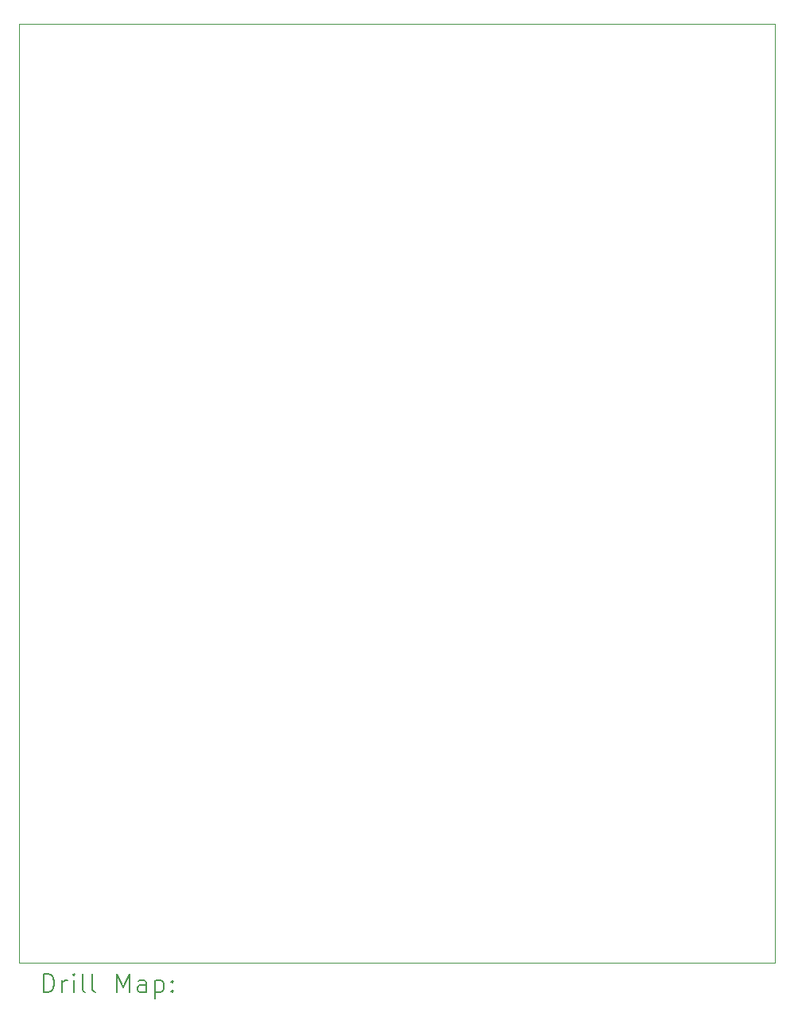
<source format=gbr>
%TF.GenerationSoftware,KiCad,Pcbnew,9.0.3*%
%TF.CreationDate,2025-07-13T22:15:22+07:00*%
%TF.ProjectId,Automative_Hexapod,4175746f-6d61-4746-9976-655f48657861,rev?*%
%TF.SameCoordinates,Original*%
%TF.FileFunction,Drillmap*%
%TF.FilePolarity,Positive*%
%FSLAX45Y45*%
G04 Gerber Fmt 4.5, Leading zero omitted, Abs format (unit mm)*
G04 Created by KiCad (PCBNEW 9.0.3) date 2025-07-13 22:15:22*
%MOMM*%
%LPD*%
G01*
G04 APERTURE LIST*
%ADD10C,0.050000*%
%ADD11C,0.200000*%
G04 APERTURE END LIST*
D10*
X5350000Y-4700000D02*
X13400000Y-4700000D01*
X13400000Y-14690000D01*
X5350000Y-14690000D01*
X5350000Y-4700000D01*
D11*
X5608277Y-15003984D02*
X5608277Y-14803984D01*
X5608277Y-14803984D02*
X5655896Y-14803984D01*
X5655896Y-14803984D02*
X5684467Y-14813508D01*
X5684467Y-14813508D02*
X5703515Y-14832555D01*
X5703515Y-14832555D02*
X5713039Y-14851603D01*
X5713039Y-14851603D02*
X5722562Y-14889698D01*
X5722562Y-14889698D02*
X5722562Y-14918269D01*
X5722562Y-14918269D02*
X5713039Y-14956365D01*
X5713039Y-14956365D02*
X5703515Y-14975412D01*
X5703515Y-14975412D02*
X5684467Y-14994460D01*
X5684467Y-14994460D02*
X5655896Y-15003984D01*
X5655896Y-15003984D02*
X5608277Y-15003984D01*
X5808277Y-15003984D02*
X5808277Y-14870650D01*
X5808277Y-14908746D02*
X5817801Y-14889698D01*
X5817801Y-14889698D02*
X5827324Y-14880174D01*
X5827324Y-14880174D02*
X5846372Y-14870650D01*
X5846372Y-14870650D02*
X5865420Y-14870650D01*
X5932086Y-15003984D02*
X5932086Y-14870650D01*
X5932086Y-14803984D02*
X5922562Y-14813508D01*
X5922562Y-14813508D02*
X5932086Y-14823031D01*
X5932086Y-14823031D02*
X5941610Y-14813508D01*
X5941610Y-14813508D02*
X5932086Y-14803984D01*
X5932086Y-14803984D02*
X5932086Y-14823031D01*
X6055896Y-15003984D02*
X6036848Y-14994460D01*
X6036848Y-14994460D02*
X6027324Y-14975412D01*
X6027324Y-14975412D02*
X6027324Y-14803984D01*
X6160658Y-15003984D02*
X6141610Y-14994460D01*
X6141610Y-14994460D02*
X6132086Y-14975412D01*
X6132086Y-14975412D02*
X6132086Y-14803984D01*
X6389229Y-15003984D02*
X6389229Y-14803984D01*
X6389229Y-14803984D02*
X6455896Y-14946841D01*
X6455896Y-14946841D02*
X6522562Y-14803984D01*
X6522562Y-14803984D02*
X6522562Y-15003984D01*
X6703515Y-15003984D02*
X6703515Y-14899222D01*
X6703515Y-14899222D02*
X6693991Y-14880174D01*
X6693991Y-14880174D02*
X6674943Y-14870650D01*
X6674943Y-14870650D02*
X6636848Y-14870650D01*
X6636848Y-14870650D02*
X6617801Y-14880174D01*
X6703515Y-14994460D02*
X6684467Y-15003984D01*
X6684467Y-15003984D02*
X6636848Y-15003984D01*
X6636848Y-15003984D02*
X6617801Y-14994460D01*
X6617801Y-14994460D02*
X6608277Y-14975412D01*
X6608277Y-14975412D02*
X6608277Y-14956365D01*
X6608277Y-14956365D02*
X6617801Y-14937317D01*
X6617801Y-14937317D02*
X6636848Y-14927793D01*
X6636848Y-14927793D02*
X6684467Y-14927793D01*
X6684467Y-14927793D02*
X6703515Y-14918269D01*
X6798753Y-14870650D02*
X6798753Y-15070650D01*
X6798753Y-14880174D02*
X6817801Y-14870650D01*
X6817801Y-14870650D02*
X6855896Y-14870650D01*
X6855896Y-14870650D02*
X6874943Y-14880174D01*
X6874943Y-14880174D02*
X6884467Y-14889698D01*
X6884467Y-14889698D02*
X6893991Y-14908746D01*
X6893991Y-14908746D02*
X6893991Y-14965888D01*
X6893991Y-14965888D02*
X6884467Y-14984936D01*
X6884467Y-14984936D02*
X6874943Y-14994460D01*
X6874943Y-14994460D02*
X6855896Y-15003984D01*
X6855896Y-15003984D02*
X6817801Y-15003984D01*
X6817801Y-15003984D02*
X6798753Y-14994460D01*
X6979705Y-14984936D02*
X6989229Y-14994460D01*
X6989229Y-14994460D02*
X6979705Y-15003984D01*
X6979705Y-15003984D02*
X6970182Y-14994460D01*
X6970182Y-14994460D02*
X6979705Y-14984936D01*
X6979705Y-14984936D02*
X6979705Y-15003984D01*
X6979705Y-14880174D02*
X6989229Y-14889698D01*
X6989229Y-14889698D02*
X6979705Y-14899222D01*
X6979705Y-14899222D02*
X6970182Y-14889698D01*
X6970182Y-14889698D02*
X6979705Y-14880174D01*
X6979705Y-14880174D02*
X6979705Y-14899222D01*
M02*

</source>
